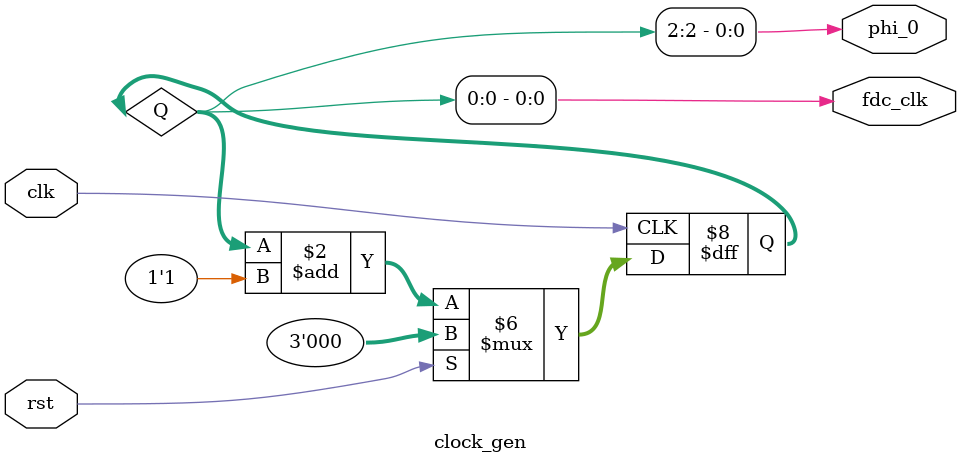
<source format=v>
`timescale 1ns / 1ps
module clock_gen(
    input clk,				// 16 MHZ input
    input rst,	
    output phi_0,			// 2 MHz system clk
    output fdc_clk		// 8 MHz for FDC chip
    );

	reg[2:0] Q;

	always @(posedge clk)
	begin
			if(rst)
				Q <= 0;
			else
				Q <= Q + 1'b1;
	end

	assign fdc_clk = (Q[0] & 1'b1);		// divide by 2
	assign phi_0 = (Q[2] & 1'b1);			// divide by 8

endmodule

</source>
